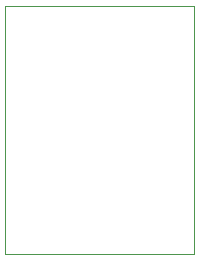
<source format=gbr>
%TF.GenerationSoftware,KiCad,Pcbnew,8.0.9-1.fc41*%
%TF.CreationDate,2025-03-19T11:39:37+02:00*%
%TF.ProjectId,Onsemi-3mm-TH-Con,4f6e7365-6d69-42d3-936d-6d2d54482d43,rev?*%
%TF.SameCoordinates,Original*%
%TF.FileFunction,Profile,NP*%
%FSLAX46Y46*%
G04 Gerber Fmt 4.6, Leading zero omitted, Abs format (unit mm)*
G04 Created by KiCad (PCBNEW 8.0.9-1.fc41) date 2025-03-19 11:39:37*
%MOMM*%
%LPD*%
G01*
G04 APERTURE LIST*
%TA.AperFunction,Profile*%
%ADD10C,0.050000*%
%TD*%
G04 APERTURE END LIST*
D10*
X142000000Y-87000000D02*
X158000000Y-87000000D01*
X158000000Y-108000000D01*
X142000000Y-108000000D01*
X142000000Y-87000000D01*
M02*

</source>
